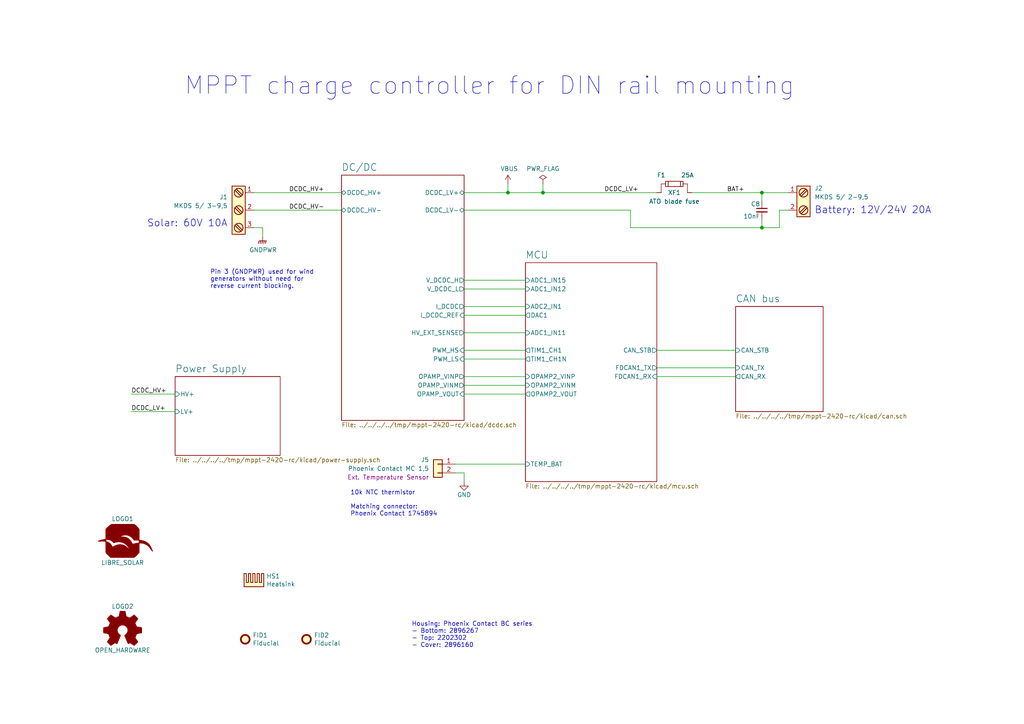
<source format=kicad_sch>
(kicad_sch (version 20230121) (generator eeschema)
  (paper "A4")
  (title_block (title "MPPT 2420 RC") (date "2020-05-30") (rev "0.1.1") (company "Libre Solar Technologies GmbH") (comment 1 "Author: Martin Jäger") (comment 2 "Website: http://libre.solar"))
  (lib_symbols
    (symbol "Connector_Generic:Conn_01x02" (pin_names (offset 1.016) hide)
      (property "Reference" "J" (at 0 2.54 0))
      (property "Value" "Conn_01x02" (at 0 -5.08 0))
      (symbol "Conn_01x02_1_1"
        (pin passive line (at -5.08 0 0) (length 3.81) (name "Pin_1") (number "1"))
        (pin passive line (at -5.08 -2.54 0) (length 3.81) (name "Pin_2") (number "2"))
      )
    )
    (symbol "Graphic:Logo_Open_Hardware_Small" (in_bom no) (on_board no))
    (symbol "Mechanical:Fiducial"
      (property "Reference" "FID" (at 0 5.08 0))
      (property "Value" "Fiducial" (at 0 3.175 0))
    )
    (symbol "Mechanical:Heatsink" (pin_names (offset 1.016))
      (property "Reference" "HS" (at 0 5.08 0))
      (property "Value" "Heatsink" (at 0 -1.27 0))
    )
    (symbol "Project:C" (pin_numbers hide) (pin_names (offset 0.254) hide)
      (property "Reference" "C" (at 0.635 1.905 0))
      (property "Value" "C" (at 0.635 -1.905 0))
      (symbol "C_1_1"
        (pin passive line (at 0 2.54 270) (length 1.905) (name "~") (number "1"))
        (pin passive line (at 0 -2.54 90) (length 2.032) (name "~") (number "2"))
      )
    )
    (symbol "Project:LibreSolar_Logo" (pin_numbers hide) (pin_names (offset 1.016) hide)
      (property "Reference" "LOGO" (at 0 6.985 0))
      (property "Value" "LibreSolar_Logo" (at 0 -5.715 0))
    )
    (symbol "mppt-2420-rc-rescue:Fuse_Holder-LibreSolar" (pin_numbers hide) (pin_names (offset 0.254) hide)
      (property "Reference" "XF" (at 0 1.905 0))
      (property "Value" "LibreSolar_Fuse_Holder" (at 0 -1.905 0))
      (symbol "Fuse_Holder-LibreSolar_1_1"
        (pin passive line (at -5.08 0 0) (length 1.27) (name "~") (number "1"))
        (pin passive line (at 5.08 0 180) (length 1.27) (name "~") (number "2"))
      )
    )
    (symbol "mppt-2420-rc-rescue:Fuse_PlugIn-LibreSolar" (pin_numbers hide) (pin_names (offset 0.254) hide)
      (property "Reference" "F" (at 0 1.905 0))
      (property "Value" "LibreSolar_Fuse_PlugIn" (at 0 -1.905 0))
    )
    (symbol "mppt-2420-rc-rescue:Screw_Terminal_1x02_Large-LibreSolar" (pin_names (offset 0.762) hide)
      (property "Reference" "J" (at 0 6.35 0))
      (property "Value" "LibreSolar_Screw_Terminal_1x02_Large" (at -3.81 0 90))
      (symbol "Screw_Terminal_1x02_Large-LibreSolar_1_1"
        (pin passive line (at 5.08 2.54 180) (length 2.54) (name "~") (number "1"))
        (pin passive line (at 5.08 -2.54 180) (length 2.54) (name "~") (number "2"))
      )
    )
    (symbol "mppt-2420-rc-rescue:Screw_Terminal_1x03_Large-LibreSolar" (pin_names (offset 0.762) hide)
      (property "Reference" "J" (at 0 8.89 0))
      (property "Value" "LibreSolar_Screw_Terminal_1x03_Large" (at -3.81 0 90))
      (symbol "Screw_Terminal_1x03_Large-LibreSolar_1_1"
        (pin passive line (at 5.08 5.08 180) (length 2.54) (name "~") (number "1"))
        (pin passive line (at 5.08 0 180) (length 2.54) (name "~") (number "2"))
        (pin passive line (at 5.08 -5.08 180) (length 2.54) (name "~") (number "3"))
      )
    )
    (symbol "power:GND" (power) (pin_names (offset 0))
      (property "Value" "GND" (at 0 -3.81 0))
      (symbol "GND_1_1"
        (pin power_in line (at 0 0 270) (length 0) hide (name "GND") (number "1"))
      )
    )
    (symbol "power:GNDPWR" (power) (pin_names (offset 0))
      (property "Value" "GNDPWR" (at 0 -3.302 0))
      (symbol "GNDPWR_1_1"
        (pin power_in line (at 0 0 270) (length 0) hide (name "GNDPWR") (number "1"))
      )
    )
    (symbol "power:PWR_FLAG" (power) (pin_numbers hide) (pin_names (offset 0) hide)
      (property "Value" "PWR_FLAG" (at 0 3.81 0))
      (symbol "PWR_FLAG_0_0"
        (pin power_out line (at 0 0 90) (length 0) (name "pwr") (number "1"))
      )
    )
    (symbol "power:VBUS" (power) (pin_names (offset 0))
      (property "Value" "VBUS" (at 0 3.81 0))
      (symbol "VBUS_1_1"
        (pin power_in line (at 0 0 90) (length 0) hide (name "VBUS") (number "1"))
      )
    )
  )
  (junction (at 147.32 55.88))
  (junction (at 220.98 66.04))
  (junction (at 157.48 55.88))
  (junction (at 220.98 55.88))
  (wire (pts (xy 134.62 96.52) (xy 152.4 96.52)))
  (wire (pts (xy 157.48 55.88) (xy 157.48 53.34)))
  (wire (pts (xy 76.2 66.04) (xy 76.2 68.58)))
  (wire (pts (xy 152.4 111.76) (xy 134.62 111.76)))
  (wire (pts (xy 147.32 55.88) (xy 157.48 55.88)))
  (wire (pts (xy 200.66 55.88) (xy 220.98 55.88)))
  (wire (pts (xy 134.62 104.14) (xy 152.4 104.14)))
  (wire (pts (xy 134.62 88.9) (xy 152.4 88.9)))
  (wire (pts (xy 50.8 119.38) (xy 38.1 119.38)))
  (wire (pts (xy 73.66 66.04) (xy 76.2 66.04)))
  (wire (pts (xy 132.08 137.16) (xy 134.62 137.16)))
  (wire (pts (xy 134.62 109.22) (xy 152.4 109.22)))
  (wire (pts (xy 50.8 114.3) (xy 38.1 114.3)))
  (wire (pts (xy 228.6 60.96) (xy 226.06 60.96)))
  (wire (pts (xy 226.06 60.96) (xy 226.06 66.04)))
  (wire (pts (xy 213.36 106.68) (xy 190.5 106.68)))
  (wire (pts (xy 152.4 101.6) (xy 134.62 101.6)))
  (wire (pts (xy 134.62 81.28) (xy 152.4 81.28)))
  (wire (pts (xy 147.32 55.88) (xy 147.32 53.34)))
  (wire (pts (xy 73.66 55.88) (xy 99.06 55.88)))
  (wire (pts (xy 228.6 55.88) (xy 220.98 55.88)))
  (wire (pts (xy 226.06 66.04) (xy 220.98 66.04)))
  (wire (pts (xy 220.98 58.42) (xy 220.98 55.88)))
  (wire (pts (xy 134.62 114.3) (xy 152.4 114.3)))
  (wire (pts (xy 220.98 63.5) (xy 220.98 66.04)))
  (wire (pts (xy 152.4 83.82) (xy 134.62 83.82)))
  (wire (pts (xy 152.4 134.62) (xy 132.08 134.62)))
  (wire (pts (xy 73.66 60.96) (xy 99.06 60.96)))
  (wire (pts (xy 182.88 60.96) (xy 182.88 66.04)))
  (wire (pts (xy 134.62 60.96) (xy 182.88 60.96)))
  (wire (pts (xy 182.88 66.04) (xy 220.98 66.04)))
  (wire (pts (xy 190.5 101.6) (xy 213.36 101.6)))
  (wire (pts (xy 190.5 109.22) (xy 213.36 109.22)))
  (wire (pts (xy 152.4 91.44) (xy 134.62 91.44)))
  (wire (pts (xy 134.62 55.88) (xy 147.32 55.88)))
  (wire (pts (xy 157.48 55.88) (xy 190.5 55.88)))
  (wire (pts (xy 134.62 137.16) (xy 134.62 139.7)))
  (text "MPPT charge controller for DIN rail mounting" (at 53.34 27.94 0) (effects (font (size 5.08 5.08)) (justify left bottom)))
  (text "Pin 3 (GNDPWR) used for wind\ngenerators without need for \nreverse current blocking." (at 60.96 83.82 0) (effects (font (size 1.27 1.27)) (justify left bottom)))
  (text "10k NTC thermistor\n\nMatching connector: \nPhoenix Contact 1745894" (at 101.6 149.86 0) (effects (font (size 1.27 1.27)) (justify left bottom)))
  (text "Solar: 60V 10A" (at 66.04 66.04 0) (effects (font (size 2.032 2.032)) (justify right bottom)))
  (text "Battery: 12V/24V 20A" (at 236.22 62.23 0) (effects (font (size 2.032 2.032)) (justify left bottom)))
  (text "Housing: Phoenix Contact BC series\n- Bottom: 2896267\n- Top: 2202302\n- Cover: 2896160" (at 119.38 187.96 0) (effects (font (size 1.27 1.27)) (justify left bottom)))
  (label "DCDC_HV-" (at 83.82 60.96 0))
  (label "DCDC_HV+" (at 83.82 55.88 0))
  (label "BAT+" (at 210.82 55.88 0))
  (label "DCDC_HV+" (at 38.1 114.3 0))
  (label "DCDC_LV+" (at 38.1 119.38 0))
  (label "DCDC_LV+" (at 175.26 55.88 0))
  (symbol (lib_id "Graphic:Logo_Open_Hardware_Small") (at 35.56 182.88 0) (unit 1)
    (property "Reference" "LOGO2" (at 35.56 175.895 0))
    (property "Value" "OPEN_HARDWARE" (at 35.56 188.595 0))
    (property "Footprint" "Symbol:OSHW-Logo_5.7x6mm_SilkScreen" (effects hide))
  )
  (symbol (lib_id "Project:LibreSolar_Logo") (at 35.56 157.48 0) (unit 1)
    (property "Reference" "LOGO1" (at 35.56 150.495 0))
    (property "Value" "LIBRE_SOLAR" (at 35.56 163.195 0))
    (property "Footprint" "LibreSolar:LIBRESOLAR_LOGO" (effects hide))
  )
  (symbol (lib_id "mppt-2420-rc-rescue:Screw_Terminal_1x03_Large-LibreSolar") (at 68.58 60.96 0) (unit 1)
    (property "Reference" "J1" (at 66.04 57.15 0) (effects (justify right)))
    (property "Value" "MKDS 5/ 3-9,5" (at 66.04 59.69 0) (effects (justify right)))
    (property "Footprint" "LibreSolar:Phoenix_Contact_MKDS_5-3-9,5" (effects hide))
    (property "Manufacturer" "Phoenix Contact" (effects hide))
    (property "PartNumber" "1714984" (effects hide))
  )
  (symbol (lib_id "mppt-2420-rc-rescue:Screw_Terminal_1x02_Large-LibreSolar") (at 233.68 58.42 0) (mirror y) (unit 1)
    (property "Reference" "J2" (at 236.22 54.61 0) (effects (justify right)))
    (property "Value" "MKDS 5/ 2-9,5" (at 236.22 57.15 0) (effects (justify right)))
    (property "Footprint" "LibreSolar:Phoenix_Contact_MKDS_5-2-9,5" (effects hide))
    (property "Manufacturer" "Phoenix Contact" (effects hide))
    (property "PartNumber" "1714971" (effects hide))
  )
  (symbol (lib_id "Mechanical:Fiducial") (at 71.12 185.42 0) (unit 1)
    (property "Reference" "FID1" (at 73.279 184.2516 0) (effects (justify left)))
    (property "Value" "Fiducial" (at 73.279 186.563 0) (effects (justify left)))
    (property "Footprint" "LibreSolar:Fiducial_0.7mm" (effects hide))
  )
  (symbol (lib_id "Mechanical:Fiducial") (at 88.9 185.42 0) (unit 1)
    (property "Reference" "FID2" (at 91.059 184.2516 0) (effects (justify left)))
    (property "Value" "Fiducial" (at 91.059 186.563 0) (effects (justify left)))
    (property "Footprint" "LibreSolar:Fiducial_0.7mm" (effects hide))
  )
  (symbol (lib_id "Project:C") (at 220.98 60.96 0) (mirror y) (unit 1)
    (property "Reference" "C8" (at 220.472 59.182 0) (effects (justify left)))
    (property "Value" "10nF" (at 220.472 62.738 0) (effects (justify left)))
    (property "Footprint" "LibreSolar:C_0603_1608" (effects hide))
    (property "Manufacturer" "Murata" (effects hide))
    (property "PartNumber" "GCM188R72A103KA37D" (effects hide))
    (property "Remarks" "100V, X7R" (effects hide))
  )
  (symbol (lib_id "mppt-2420-rc-rescue:Fuse_PlugIn-LibreSolar") (at 195.58 53.34 0) (unit 1)
    (property "Reference" "F1" (at 191.77 50.8 0))
    (property "Value" "25A" (at 199.39 50.8 0))
    (property "Footprint" "LibreSolar:NULL" (effects hide))
    (property "Manufacturer" "Littelfuse" (effects hide))
    (property "PartNumber" "0287025.PXCN" (effects hide))
  )
  (symbol (lib_id "power:VBUS") (at 147.32 53.34 0) (unit 1)
    (property "Reference" "#PWR0116" (effects hide))
    (property "Value" "VBUS" (at 147.701 48.9458 0))
  )
  (symbol (lib_id "Connector_Generic:Conn_01x02") (at 127 134.62 0) (mirror y) (unit 1)
    (property "Reference" "J5" (at 124.46 133.35 0) (effects (justify left)))
    (property "Value" "Phoenix Contact MC 1,5" (at 124.46 135.89 0) (effects (justify left)))
    (property "Footprint" "LibreSolar:Phoenix_Contact_MC_1,5_2-G-3,81" (effects hide))
    (property "Remarks" "Ext. Temperature Sensor" (at 124.46 138.43 0) (effects (justify left)))
  )
  (symbol (lib_id "power:PWR_FLAG") (at 157.48 53.34 0) (unit 1)
    (property "Reference" "#FLG0102" (effects hide))
    (property "Value" "PWR_FLAG" (at 157.48 48.9458 0))
  )
  (symbol (lib_id "power:GND") (at 134.62 139.7 0) (unit 1)
    (property "Reference" "#PWR0106" (effects hide))
    (property "Value" "GND" (at 134.62 143.51 0))
  )
  (symbol (lib_id "Mechanical:Heatsink") (at 73.66 170.18 0) (unit 1)
    (property "Reference" "HS1" (at 77.2668 167.1066 0) (effects (justify left)))
    (property "Value" "Heatsink" (at 77.2668 169.418 0) (effects (justify left)))
    (property "Footprint" "LibreSolar:Fischer_Elektronik_SK573_37,5" (effects hide))
    (property "Manufacturer" "Fischer Elektronik" (effects hide))
    (property "PartNumber" "SK573-37,5" (effects hide))
    (property "Remarks" "3x MOSFET clips THFU 2 and thermal interface material needed" (effects hide))
  )
  (symbol (lib_id "power:GNDPWR") (at 76.2 68.58 0) (unit 1)
    (property "Reference" "#PWR0110" (effects hide))
    (property "Value" "GNDPWR" (at 76.3016 72.4916 0))
  )
  (symbol (lib_id "mppt-2420-rc-rescue:Fuse_Holder-LibreSolar") (at 195.58 55.88 0) (unit 1)
    (property "Reference" "XF1" (at 195.58 55.88 0))
    (property "Value" "ATO blade fuse" (at 195.58 58.42 0))
    (property "Footprint" "LibreSolar:Keystone-Fuse-3557-2" (effects hide))
    (property "Manufacturer" "Keystone" (effects hide))
    (property "PartNumber" "3557-2" (effects hide))
  )
  (sheet (at 99.06 50.8) (size 35.56 71.12)
    (property "Sheetname" "DC/DC" (at 99.06 49.7074 0) (effects (font (size 2.032 2.032)) (justify left bottom)))
    (property "Sheetfile" "../../../../tmp/mppt-2420-rc/kicad/dcdc.sch" (at 99.06 122.5046 0) (effects (justify left top)))
    (pin "V_DCDC_H" output (at 134.62 81.28 0))
    (pin "V_DCDC_L" output (at 134.62 83.82 0))
    (pin "I_DCDC" output (at 134.62 88.9 0))
    (pin "PWM_HS" input (at 134.62 101.6 0))
    (pin "PWM_LS" input (at 134.62 104.14 0))
    (pin "DCDC_HV+" bidirectional (at 99.06 55.88 180))
    (pin "DCDC_HV-" bidirectional (at 99.06 60.96 180))
    (pin "DCDC_LV+" bidirectional (at 134.62 55.88 0))
    (pin "I_DCDC_REF" input (at 134.62 91.44 0))
    (pin "DCDC_LV-" bidirectional (at 134.62 60.96 0))
    (pin "OPAMP_VINP" output (at 134.62 109.22 0))
    (pin "OPAMP_VOUT" input (at 134.62 114.3 0))
    (pin "OPAMP_VINM" output (at 134.62 111.76 0))
    (pin "HV_EXT_SENSE" output (at 134.62 96.52 0))
  )
  (sheet (at 152.4 76.2) (size 38.1 63.5)
    (property "Sheetname" "MCU" (at 152.4 75.1074 0) (effects (font (size 2.032 2.032)) (justify left bottom)))
    (property "Sheetfile" "../../../../tmp/mppt-2420-rc/kicad/mcu.sch" (at 152.4 140.2846 0) (effects (justify left top)))
    (pin "TIM1_CH1" output (at 152.4 101.6 180))
    (pin "TIM1_CH1N" output (at 152.4 104.14 180))
    (pin "DAC1" output (at 152.4 91.44 180))
    (pin "ADC1_IN15" input (at 152.4 81.28 180))
    (pin "ADC1_IN12" input (at 152.4 83.82 180))
    (pin "TEMP_BAT" input (at 152.4 134.62 180))
    (pin "ADC1_IN11" input (at 152.4 96.52 180))
    (pin "FDCAN1_RX" input (at 190.5 109.22 0))
    (pin "FDCAN1_TX" output (at 190.5 106.68 0))
    (pin "ADC2_IN1" input (at 152.4 88.9 180))
    (pin "CAN_STB" output (at 190.5 101.6 0))
    (pin "OPAMP2_VINM" input (at 152.4 111.76 180))
    (pin "OPAMP2_VINP" input (at 152.4 109.22 180))
    (pin "OPAMP2_VOUT" output (at 152.4 114.3 180))
  )
  (sheet (at 50.8 109.22) (size 30.48 22.86)
    (property "Sheetname" "Power Supply" (at 50.8 108.1274 0) (effects (font (size 2.032 2.032)) (justify left bottom)))
    (property "Sheetfile" "../../../../tmp/mppt-2420-rc/kicad/power-supply.sch" (at 50.8 132.6646 0) (effects (justify left top)))
    (pin "LV+" input (at 50.8 119.38 180))
    (pin "HV+" input (at 50.8 114.3 180))
  )
  (sheet (at 213.36 88.9) (size 25.4 30.48)
    (property "Sheetname" "CAN bus" (at 213.36 87.8074 0) (effects (font (size 2.032 2.032)) (justify left bottom)))
    (property "Sheetfile" "../../../../tmp/mppt-2420-rc/kicad/can.sch" (at 213.36 119.9646 0) (effects (justify left top)))
    (pin "CAN_TX" input (at 213.36 106.68 180))
    (pin "CAN_RX" output (at 213.36 109.22 180))
    (pin "CAN_STB" input (at 213.36 101.6 180))
  )
)
</source>
